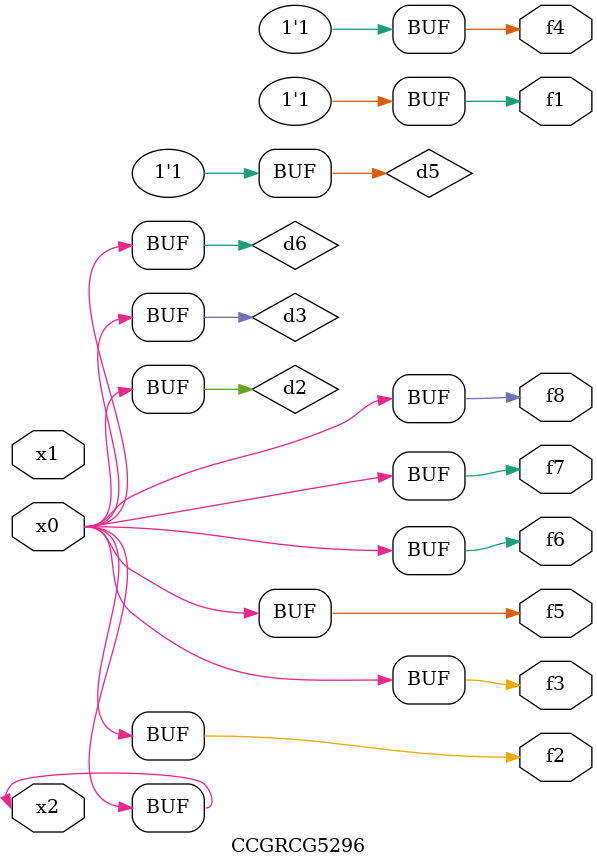
<source format=v>
module CCGRCG5296(
	input x0, x1, x2,
	output f1, f2, f3, f4, f5, f6, f7, f8
);

	wire d1, d2, d3, d4, d5, d6;

	xnor (d1, x2);
	buf (d2, x0, x2);
	and (d3, x0);
	xnor (d4, x1, x2);
	nand (d5, d1, d3);
	buf (d6, d2, d3);
	assign f1 = d5;
	assign f2 = d6;
	assign f3 = d6;
	assign f4 = d5;
	assign f5 = d6;
	assign f6 = d6;
	assign f7 = d6;
	assign f8 = d6;
endmodule

</source>
